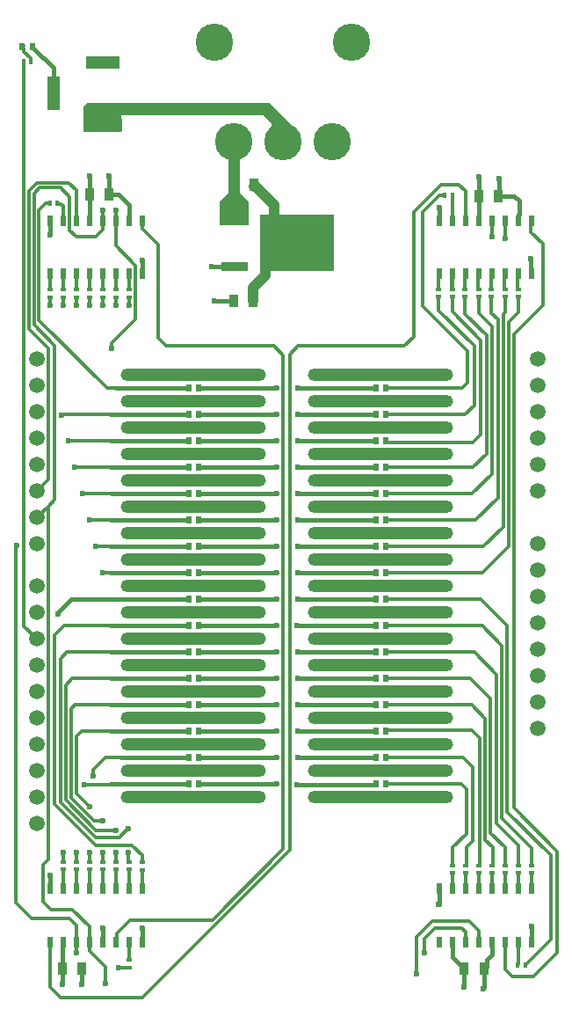
<source format=gtl>
G04*
G04 #@! TF.GenerationSoftware,Altium Limited,Altium Designer,19.0.14 (431)*
G04*
G04 Layer_Physical_Order=1*
G04 Layer_Color=255*
%FSLAX44Y44*%
%MOMM*%
G71*
G01*
G75*
%ADD14R,7.1000X5.5000*%
%ADD15R,2.6000X0.9500*%
%ADD16R,0.5100X1.1000*%
%ADD17R,0.6000X0.7000*%
%ADD18R,0.3000X0.5000*%
%ADD19R,0.5000X0.3000*%
%ADD20R,0.9000X1.3000*%
%ADD34C,1.0000*%
%ADD35C,0.4000*%
%ADD36C,0.3000*%
%ADD37C,0.5000*%
%ADD38C,3.6000*%
%ADD39R,3.7000X1.3000*%
%ADD40R,3.2000X1.3000*%
%ADD41R,1.3000X3.2000*%
%ADD42C,1.5000*%
G04:AMPARAMS|DCode=43|XSize=14mm|YSize=1.2mm|CornerRadius=0.6mm|HoleSize=0mm|Usage=FLASHONLY|Rotation=0.000|XOffset=0mm|YOffset=0mm|HoleType=Round|Shape=RoundedRectangle|*
%AMROUNDEDRECTD43*
21,1,14.0000,0.0000,0,0,0.0*
21,1,12.8000,1.2000,0,0,0.0*
1,1,1.2000,6.4000,0.0000*
1,1,1.2000,-6.4000,0.0000*
1,1,1.2000,-6.4000,0.0000*
1,1,1.2000,6.4000,0.0000*
%
%ADD43ROUNDEDRECTD43*%
%ADD44C,0.6000*%
G36*
X973836Y1135380D02*
X994664Y1114552D01*
X994664Y1098550D01*
X975360Y1098550D01*
X975360Y1116584D01*
X967994Y1123950D01*
X847090Y1123950D01*
X831342D01*
Y1108202D01*
X794258Y1108202D01*
X794258Y1132078D01*
X797560Y1135380D01*
X973836Y1135380D01*
D02*
G37*
G36*
X945388Y1049274D02*
X954024Y1040638D01*
Y1018032D01*
X926084D01*
Y1040892D01*
X934466Y1049274D01*
Y1084072D01*
X945388D01*
Y1049274D01*
D02*
G37*
D14*
X1000710Y1000760D02*
D03*
D15*
X940210Y977960D02*
D03*
Y1023560D02*
D03*
D16*
X762000Y971550D02*
D03*
X774700D02*
D03*
X787400D02*
D03*
X800100D02*
D03*
X812800D02*
D03*
X825500D02*
D03*
X838200D02*
D03*
X850900D02*
D03*
X762000Y1022550D02*
D03*
X774700D02*
D03*
X787400D02*
D03*
X800100D02*
D03*
X812800D02*
D03*
X825500D02*
D03*
X838200D02*
D03*
X850900D02*
D03*
X762000Y328476D02*
D03*
X774700D02*
D03*
X787400D02*
D03*
X800100D02*
D03*
X812800D02*
D03*
X825500D02*
D03*
X838200D02*
D03*
X850900D02*
D03*
X762000Y379476D02*
D03*
X774700D02*
D03*
X787400D02*
D03*
X800100D02*
D03*
X812800D02*
D03*
X825500D02*
D03*
X838200D02*
D03*
X850900D02*
D03*
X1137158Y971350D02*
D03*
X1149858D02*
D03*
X1162558D02*
D03*
X1175258D02*
D03*
X1187958D02*
D03*
X1200658D02*
D03*
X1213358D02*
D03*
X1226058D02*
D03*
X1137158Y1022350D02*
D03*
X1149858D02*
D03*
X1162558D02*
D03*
X1175258D02*
D03*
X1187958D02*
D03*
X1200658D02*
D03*
X1213358D02*
D03*
X1226058D02*
D03*
X1137158Y328476D02*
D03*
X1149858D02*
D03*
X1162558D02*
D03*
X1175258D02*
D03*
X1187958D02*
D03*
X1200658D02*
D03*
X1213358D02*
D03*
X1226058D02*
D03*
X1137158Y379476D02*
D03*
X1149858D02*
D03*
X1162558D02*
D03*
X1175258D02*
D03*
X1187958D02*
D03*
X1200658D02*
D03*
X1213358D02*
D03*
X1226058D02*
D03*
D17*
X1085596Y480060D02*
D03*
X1076096D02*
D03*
Y505460D02*
D03*
X1085596D02*
D03*
Y530860D02*
D03*
X1076096D02*
D03*
Y556260D02*
D03*
X1085596D02*
D03*
Y581660D02*
D03*
X1076096D02*
D03*
Y607060D02*
D03*
X1085596D02*
D03*
Y632460D02*
D03*
X1076096D02*
D03*
Y657860D02*
D03*
X1085596D02*
D03*
Y683260D02*
D03*
X1076096D02*
D03*
Y708660D02*
D03*
X1085596D02*
D03*
Y734060D02*
D03*
X1076096D02*
D03*
Y759460D02*
D03*
X1085596D02*
D03*
Y784860D02*
D03*
X1076096D02*
D03*
Y810260D02*
D03*
X1085596D02*
D03*
Y835660D02*
D03*
X1076096D02*
D03*
Y861060D02*
D03*
X1085596D02*
D03*
X895756Y480060D02*
D03*
X905256D02*
D03*
Y505460D02*
D03*
X895756D02*
D03*
Y530860D02*
D03*
X905256D02*
D03*
Y556260D02*
D03*
X895756D02*
D03*
Y581660D02*
D03*
X905256D02*
D03*
Y607060D02*
D03*
X895756D02*
D03*
Y632460D02*
D03*
X905256D02*
D03*
Y657860D02*
D03*
X895756D02*
D03*
Y683260D02*
D03*
X905256D02*
D03*
Y708660D02*
D03*
X895756D02*
D03*
Y734060D02*
D03*
X905256D02*
D03*
Y759460D02*
D03*
X895756D02*
D03*
Y784860D02*
D03*
X905256D02*
D03*
Y810260D02*
D03*
X895756D02*
D03*
X745160Y1189990D02*
D03*
X735660D02*
D03*
X895756Y861060D02*
D03*
X905256D02*
D03*
Y835660D02*
D03*
X895756D02*
D03*
D18*
X743910Y1175545D02*
D03*
X736910D02*
D03*
X762300Y1038860D02*
D03*
X769300D02*
D03*
X1142858Y1046480D02*
D03*
X1149858D02*
D03*
X1220160Y306070D02*
D03*
X1213160D02*
D03*
D19*
X838200Y956000D02*
D03*
Y949000D02*
D03*
X825500D02*
D03*
Y956000D02*
D03*
X812800D02*
D03*
Y949000D02*
D03*
X800100D02*
D03*
Y956000D02*
D03*
X787400D02*
D03*
Y949000D02*
D03*
X774700D02*
D03*
Y956000D02*
D03*
X762000D02*
D03*
Y949000D02*
D03*
X1213678Y956549D02*
D03*
Y949549D02*
D03*
X1200658D02*
D03*
Y956549D02*
D03*
X1187770D02*
D03*
Y949549D02*
D03*
X1175258D02*
D03*
Y956549D02*
D03*
X1162370D02*
D03*
Y949549D02*
D03*
X1149858D02*
D03*
Y956549D02*
D03*
X1136970D02*
D03*
Y949549D02*
D03*
X1226152Y394970D02*
D03*
Y401970D02*
D03*
X1213452D02*
D03*
Y394970D02*
D03*
X1200752D02*
D03*
Y401970D02*
D03*
X1188052D02*
D03*
Y394970D02*
D03*
X1175352D02*
D03*
Y401970D02*
D03*
X1162652D02*
D03*
Y394970D02*
D03*
X1149952D02*
D03*
Y401970D02*
D03*
X850900Y397820D02*
D03*
Y404820D02*
D03*
X838200Y405038D02*
D03*
Y398038D02*
D03*
X825500D02*
D03*
Y405038D02*
D03*
X812800D02*
D03*
Y398038D02*
D03*
X800100D02*
D03*
Y405038D02*
D03*
X787400Y405038D02*
D03*
Y398038D02*
D03*
X774700Y398038D02*
D03*
Y405038D02*
D03*
X838200Y303840D02*
D03*
Y310840D02*
D03*
D20*
X800100Y1047750D02*
D03*
X819100D02*
D03*
X958850Y1056640D02*
D03*
X939850D02*
D03*
X958190Y944880D02*
D03*
X939190D02*
D03*
X1175410Y1046378D02*
D03*
X1194410D02*
D03*
X1180440Y302260D02*
D03*
X1161440D02*
D03*
X793090D02*
D03*
X774090D02*
D03*
D34*
X1000710Y1000760D02*
X1000760D01*
X1000588D02*
X1000710D01*
X992710D02*
X1000588D01*
X978088Y1026260D02*
Y1037402D01*
Y1023260D02*
Y1026260D01*
Y1023260D02*
X1000588Y1000760D01*
X960350Y1055140D02*
X978088Y1037402D01*
X959350Y1055140D02*
X960350D01*
X958850Y1055640D02*
X959350Y1055140D01*
X970210Y978260D02*
X992710Y1000760D01*
X970210Y970260D02*
Y978260D01*
X958190Y958240D02*
X970210Y970260D01*
X958190Y945134D02*
Y958240D01*
D35*
X1180186Y302514D02*
X1180694D01*
X969553Y1026260D02*
X978088D01*
X958850Y1055640D02*
Y1056640D01*
X958190Y944880D02*
Y945134D01*
X905256Y480060D02*
X980440D01*
X1000531Y479552D02*
X1075588D01*
X1000531Y632460D02*
X1076096D01*
X1226058Y328476D02*
Y342900D01*
X765800Y1144750D02*
Y1169350D01*
X746660Y1188490D02*
X765800Y1169350D01*
X746160Y1188490D02*
X746660D01*
X745160Y1189490D02*
X746160Y1188490D01*
X745160Y1189490D02*
Y1189990D01*
X819354Y1047496D02*
X828294D01*
X819100Y1047750D02*
X819354Y1047496D01*
X828294D02*
X838200Y1037590D01*
Y1022550D02*
Y1037590D01*
X800100Y1022550D02*
Y1047750D01*
X1137158Y1022350D02*
Y1035050D01*
X1225550Y971858D02*
Y985520D01*
Y971858D02*
X1226058Y971350D01*
X1195070Y1045108D02*
Y1062990D01*
X1175410Y1046378D02*
Y1064260D01*
X1214120Y1028193D02*
Y1041400D01*
X1213908Y1027981D02*
X1214120Y1028193D01*
X1213908Y1022900D02*
Y1027981D01*
X1213358Y1022350D02*
X1213908Y1022900D01*
X1209142Y1046378D02*
X1214120Y1041400D01*
X1194410Y1046378D02*
X1209142D01*
X1175258Y1046226D02*
X1175410Y1046378D01*
X1175258Y1022350D02*
Y1046226D01*
X1179830Y283210D02*
Y284480D01*
X1180440Y285090D01*
Y302260D01*
X1161440Y284480D02*
Y302260D01*
X1136970Y364490D02*
X1137158Y364678D01*
Y379476D01*
X1180694Y302514D02*
X1182863Y304683D01*
X1180440Y302260D02*
X1180694Y302514D01*
X1182863Y311323D02*
X1187958Y316418D01*
Y328476D01*
X1182863Y304683D02*
Y311323D01*
X1149858Y313842D02*
X1156940Y306760D01*
X1158940D01*
X1161440Y304260D01*
Y302260D02*
Y304260D01*
X1149858Y313842D02*
Y328476D01*
X769620Y645160D02*
X782320Y657860D01*
X769620Y643890D02*
Y645160D01*
X782320Y657860D02*
X895756D01*
X819150Y1047800D02*
Y1065530D01*
X819100Y1047750D02*
X819150Y1047800D01*
X800100Y1047750D02*
Y1065530D01*
X905256Y835660D02*
X980440D01*
X905256Y810260D02*
X980440D01*
X905256Y708660D02*
X980440D01*
X905256Y734060D02*
X980440D01*
X905256Y607060D02*
X980440D01*
X905256Y632460D02*
X980440D01*
X905256Y505460D02*
X980440D01*
X905256Y530860D02*
X980440D01*
X905256Y861060D02*
X980440D01*
X905256Y784860D02*
X980440D01*
X905256Y759460D02*
X980440D01*
X905256Y683260D02*
X980440D01*
X905256Y657860D02*
X980440D01*
X905256Y581660D02*
X980440D01*
X905256Y556260D02*
X980440D01*
X1000760Y505460D02*
X1076096D01*
X1000760Y530860D02*
X1076096D01*
X1000760Y556260D02*
X1076096D01*
X1000760Y581660D02*
X1076096D01*
X850900Y328476D02*
Y341630D01*
X812800Y328476D02*
Y341630D01*
X792480Y287020D02*
X793090Y287630D01*
Y302260D01*
X774090Y287020D02*
Y302260D01*
X774700Y325526D02*
Y328476D01*
X774090Y324916D02*
X774700Y325526D01*
X774090Y302260D02*
Y324916D01*
X762000Y379476D02*
Y392430D01*
X830580Y505460D02*
X895756D01*
X821842Y759460D02*
X895756D01*
X850900Y971550D02*
Y984250D01*
X762000Y1008380D02*
Y1022550D01*
X825500Y861060D02*
X895756D01*
X820572Y835660D02*
X895756D01*
X920750Y944880D02*
X939190D01*
X918210Y977900D02*
X918270Y977960D01*
X940210D01*
X820572Y480060D02*
X895756D01*
X820572Y530860D02*
X895756D01*
X820572Y556260D02*
X895756D01*
X820572Y581660D02*
X895756D01*
X820572Y607060D02*
X895756D01*
X820572Y632460D02*
X895756D01*
X820572Y683260D02*
X895756D01*
X820572Y708660D02*
X895756D01*
X820572Y810260D02*
X895756D01*
X1000760Y861060D02*
X1076096D01*
X1000760Y835660D02*
X1076096D01*
X1000760Y810260D02*
X1076096D01*
X1000760Y784860D02*
X1076096D01*
X1000760Y759460D02*
X1076096D01*
X1000760Y734060D02*
X1076096D01*
X1000760Y708660D02*
X1076096D01*
X1000760Y683260D02*
X1076096D01*
X1000760Y657860D02*
X1076096D01*
X1000760Y607060D02*
X1076096D01*
X1075588Y479552D02*
X1076096Y480060D01*
X820572Y734060D02*
X895756D01*
X820572Y784860D02*
X895756D01*
D36*
X806811Y421279D02*
X841100D01*
X766676Y461414D02*
X806811Y421279D01*
X766676Y461414D02*
Y623570D01*
X755500Y367180D02*
Y402869D01*
Y367180D02*
X763270Y359410D01*
X755500Y402869D02*
X760300Y407669D01*
X839470Y349250D02*
X918759D01*
X826550Y336330D02*
X839470Y349250D01*
X826550Y329526D02*
Y336330D01*
X986940Y417431D02*
Y559201D01*
X993140Y894010D02*
X1000830Y901700D01*
X993140Y894010D02*
X993140Y416560D01*
X850900Y274320D02*
X993140Y416560D01*
X766676Y753976D02*
Y902104D01*
X746750Y922030D02*
X766676Y902104D01*
X746750Y922030D02*
Y1049010D01*
X1136970Y971162D02*
X1137158Y971350D01*
X1149952Y419194D02*
X1163320Y432562D01*
X1149952Y401970D02*
Y419194D01*
X838050Y405038D02*
Y414020D01*
X836930Y436880D02*
X838050D01*
X829160Y429110D02*
X836930Y436880D01*
X806126Y429110D02*
X829160D01*
X815340Y288290D02*
Y303965D01*
X800100Y319205D02*
X815340Y303965D01*
X800100Y319205D02*
Y328476D01*
X749300Y736600D02*
X760300Y747600D01*
X766676Y753976D01*
X760300Y407669D02*
Y747600D01*
X1220160Y307070D02*
X1221160D01*
X1244600Y330510D02*
Y411480D01*
X1202690Y453390D02*
X1244600Y411480D01*
X1202690Y453390D02*
Y632460D01*
X743910Y1175545D02*
Y1178560D01*
X737160Y1185310D02*
X743910Y1178560D01*
X737160Y1185310D02*
Y1188490D01*
X735660Y1189990D02*
X737160Y1188490D01*
X735660Y1189990D02*
X736580Y1190910D01*
X751750Y1032690D02*
X757920Y1038860D01*
X751750Y926641D02*
Y1032690D01*
Y926641D02*
X817331Y861060D01*
X746750Y1049010D02*
X751840Y1054100D01*
X741750Y918140D02*
X760730Y899160D01*
X741750Y918140D02*
Y1051081D01*
X749769Y1059100D01*
X736750Y632310D02*
Y1173465D01*
Y632310D02*
X749300Y619760D01*
X812800Y1013460D02*
Y1022550D01*
X781050Y1013260D02*
Y1045210D01*
X806250Y1006910D02*
X812800Y1013460D01*
X787400Y1006910D02*
X806250D01*
X781050Y1013260D02*
X787400Y1006910D01*
X769300Y1038108D02*
X772912D01*
X774700Y1022550D02*
Y1036320D01*
X772912Y1038108D02*
X774700Y1036320D01*
X769300Y1038108D02*
Y1038860D01*
X757920D02*
X762300D01*
X772160Y1054100D02*
X781050Y1045210D01*
X1162558Y1022350D02*
Y1050798D01*
X1155954Y1057402D02*
X1162558Y1050798D01*
X1139444Y1057402D02*
X1155954D01*
X1112520Y1030478D02*
X1139444Y1057402D01*
X1112520Y910590D02*
Y1030478D01*
X1137158Y1046480D02*
X1142858D01*
X1121410Y1030732D02*
X1137158Y1046480D01*
X1121410Y939800D02*
Y1030732D01*
X1149858Y1022350D02*
Y1046480D01*
X873760Y901700D02*
X977900D01*
X866140Y909320D02*
X873760Y901700D01*
X866140Y909320D02*
Y999490D01*
X977900Y901700D02*
X986940Y892660D01*
X1103630Y901700D02*
X1112520Y910590D01*
X1000830Y901700D02*
X1103630D01*
X1121410Y939800D02*
X1164590Y896620D01*
Y866140D02*
Y896620D01*
X1161807Y1023101D02*
X1162558Y1022350D01*
X1149278Y1021770D02*
X1149858Y1022350D01*
X1122680Y331470D02*
X1132840Y341630D01*
X1122680Y317500D02*
Y331470D01*
X1132840Y341630D02*
X1158940D01*
X1115060Y332740D02*
X1130300Y347980D01*
X1166462D01*
X1115060Y297180D02*
Y332740D01*
X1175258Y328476D02*
Y339184D01*
X1166462Y347980D02*
X1175258Y339184D01*
X1158940Y341630D02*
X1162558Y338012D01*
Y328476D02*
Y338012D01*
X1200658Y301752D02*
X1207770Y294640D01*
X1200658Y301752D02*
Y328476D01*
X1207770Y294640D02*
X1227902D01*
X1250950Y317688D01*
Y415290D01*
X1209040Y457200D02*
X1250950Y415290D01*
X1197610Y447589D02*
X1226152Y419047D01*
X1197610Y447589D02*
Y613410D01*
X1226152Y401970D02*
Y419047D01*
X1221160Y307070D02*
X1244600Y330510D01*
X1220160Y306070D02*
Y307070D01*
X1213160Y306070D02*
Y307070D01*
X1213358Y307268D01*
Y328476D01*
Y401970D02*
Y421132D01*
X1192530Y441960D02*
X1213358Y421132D01*
X1192530Y441960D02*
Y585470D01*
X1209040Y457200D02*
Y913130D01*
X1213358Y401970D02*
X1213452D01*
X1200658D02*
Y419100D01*
Y401970D02*
X1200752D01*
X1186688Y433070D02*
X1200658Y419100D01*
X1177290Y657860D02*
X1202690Y632460D01*
X1209040Y913130D02*
X1236980Y941070D01*
X1188720Y401970D02*
Y419100D01*
X1188052Y401970D02*
X1188720D01*
X1181688Y426132D02*
X1188720Y419100D01*
X1175352Y401970D02*
X1176020D01*
X1163320D02*
Y419100D01*
X1162652Y401970D02*
X1163320D01*
Y419100D02*
X1169670Y425450D01*
X1163320Y432562D02*
Y474980D01*
X1158240Y480060D02*
X1163320Y474980D01*
X1226058Y379476D02*
Y394970D01*
X1226152D01*
X1213358Y379476D02*
Y394970D01*
X1213452D01*
X1200658Y379476D02*
Y394970D01*
X1200752D01*
X1187958Y379476D02*
Y394970D01*
X1188052D01*
X1175258D02*
X1175352D01*
X1175164D02*
X1175258D01*
Y379476D02*
Y394970D01*
X1162558D02*
X1162652D01*
X1162464D02*
X1162558D01*
Y379476D02*
Y394970D01*
X1149858D02*
X1149952D01*
X1149764D02*
X1149858D01*
Y379476D02*
Y394970D01*
X1225550Y1011428D02*
X1236980Y999998D01*
Y941070D02*
Y999998D01*
X1225550Y1011428D02*
Y1021842D01*
X1226058Y1022350D01*
X1162370Y971162D02*
Y971550D01*
Y971162D02*
X1162558Y971350D01*
X1162370Y956549D02*
Y971162D01*
X1149670D02*
Y971550D01*
Y956549D02*
Y969603D01*
Y971162D02*
X1149858Y971350D01*
X1149670Y969603D02*
Y971162D01*
Y969603D02*
X1149858Y969415D01*
Y956549D02*
Y969415D01*
X1136970Y956549D02*
Y971162D01*
X1203960Y924560D02*
X1213678Y934278D01*
Y949549D01*
X1203960Y708660D02*
Y924560D01*
X1198880Y932180D02*
X1200658Y933958D01*
Y949549D01*
X1198880Y727710D02*
Y932180D01*
X1136970Y935670D02*
Y949549D01*
X1149858Y934720D02*
X1177290Y907288D01*
X1136970Y935670D02*
X1170940Y901700D01*
Y844630D02*
Y901700D01*
X1187770Y933450D02*
Y949549D01*
Y933450D02*
X1193800Y927420D01*
Y755650D02*
Y927420D01*
X1175258Y933450D02*
Y949549D01*
Y933450D02*
X1187958Y920750D01*
Y778780D02*
Y920750D01*
X1182958Y798148D02*
Y911860D01*
X1162370Y932448D02*
X1182958Y911860D01*
X1162370Y932448D02*
Y949549D01*
X1149858Y934720D02*
Y949549D01*
X1177290Y816610D02*
Y907288D01*
X1168638Y759460D02*
X1187958Y778780D01*
X1169670Y808990D02*
X1177290Y816610D01*
X1169670Y784860D02*
X1182958Y798148D01*
X1175070Y956549D02*
Y971550D01*
X1187770Y956549D02*
Y971550D01*
X1200470Y956549D02*
Y971550D01*
X1213170Y956549D02*
Y971550D01*
X825500Y1022550D02*
Y1032510D01*
X1200658Y1005640D02*
Y1022350D01*
X1187958Y1006910D02*
Y1022350D01*
X812800Y1022550D02*
Y1032510D01*
X787400Y318316D02*
Y328476D01*
X728980Y708660D02*
X730250Y709930D01*
X728980Y365760D02*
Y708660D01*
Y365760D02*
X744220Y350520D01*
X781050D01*
X763270Y359410D02*
X783590D01*
X800100Y342900D01*
X781050Y350520D02*
X787400Y344170D01*
Y328476D02*
Y344170D01*
X800100Y328476D02*
Y342900D01*
X766676Y623570D02*
X775566Y632460D01*
X820572D01*
X918759Y349250D02*
X986940Y417431D01*
X850900Y1014730D02*
Y1022550D01*
Y1014730D02*
X866140Y999490D01*
X986940Y578719D02*
Y892660D01*
X762000Y284480D02*
Y328476D01*
Y284480D02*
X772160Y274320D01*
X850900D01*
X986870Y578649D02*
X986940Y578719D01*
X986870Y559271D02*
Y578649D01*
Y559271D02*
X986940Y559201D01*
X825500Y328476D02*
X826550Y329526D01*
X772160Y463076D02*
X806126Y429110D01*
X772160Y463076D02*
Y600710D01*
X777240Y465067D02*
Y575310D01*
Y465067D02*
X806697Y435610D01*
X782320Y467058D02*
X804878Y444500D01*
X782320Y467058D02*
Y552450D01*
X786130Y556260D01*
X820572D01*
X792480Y530860D02*
X820572D01*
X787400Y525780D02*
X792480Y530860D01*
X787400Y471170D02*
Y525780D01*
Y471170D02*
X800100Y458470D01*
X772160Y600710D02*
X778510Y607060D01*
X783590Y581660D02*
X820572D01*
X777240Y575310D02*
X783590Y581660D01*
X778510Y607060D02*
X820572D01*
X828040Y303840D02*
X838200D01*
Y310840D02*
Y328476D01*
X815340Y505460D02*
X830580D01*
X803910Y494030D02*
X815340Y505460D01*
X803910Y487680D02*
Y494030D01*
X820064Y479552D02*
X820572Y480060D01*
X795020Y479552D02*
X820064D01*
X804878Y444500D02*
X813566D01*
X806697Y435610D02*
X825500D01*
X841100Y421279D02*
X850900Y411480D01*
Y404820D02*
Y411480D01*
X838050Y405038D02*
X838200D01*
X825500D02*
Y414020D01*
X800100Y405038D02*
Y414020D01*
X812800Y405038D02*
Y414020D01*
X787400Y405038D02*
Y414020D01*
X774700Y405038D02*
Y414020D01*
X850900Y379476D02*
Y397820D01*
X838200Y379476D02*
Y398038D01*
X825500Y379476D02*
Y398038D01*
X812800Y379476D02*
Y398038D01*
X800100Y379476D02*
Y398038D01*
X787400Y379476D02*
Y398038D01*
X774700Y379476D02*
Y398038D01*
X773430Y835660D02*
X820572D01*
X773176Y835406D02*
X773430Y835660D01*
X780034Y810260D02*
X820572D01*
X786130Y784860D02*
X820572D01*
X793750Y759460D02*
X820572D01*
X821842D01*
X821690Y899160D02*
Y904240D01*
X844700Y927250D01*
Y979020D01*
X825500Y998220D02*
X844700Y979020D01*
X825500Y998220D02*
Y1022550D01*
X779860Y1059100D02*
X787400Y1051560D01*
X751840Y1054100D02*
X772160D01*
X749769Y1059100D02*
X779860D01*
X817331Y861060D02*
X825500D01*
X760730Y773430D02*
Y899160D01*
X749300Y762000D02*
X760730Y773430D01*
X800100Y734060D02*
X820572D01*
X806450Y708660D02*
X820572D01*
X787400Y1022550D02*
Y1051560D01*
X812800Y683260D02*
X820572D01*
X838200Y941070D02*
Y949000D01*
X825500Y941070D02*
Y949000D01*
X812800Y941070D02*
Y949000D01*
X800100Y941070D02*
Y949000D01*
X787400Y941070D02*
Y949000D01*
X774700Y941070D02*
Y949000D01*
X762000Y941070D02*
Y949000D01*
X838200Y956000D02*
Y971550D01*
X825500Y956000D02*
Y971550D01*
X812800Y956000D02*
Y971550D01*
X800100Y956000D02*
Y971550D01*
X787400Y956000D02*
Y971550D01*
X774700Y956000D02*
Y971550D01*
X762000Y956000D02*
Y971550D01*
X1086866Y708660D02*
X1179830D01*
X1086866Y810260D02*
X1088136Y808990D01*
X1086866Y835660D02*
X1161970D01*
X1086866Y784860D02*
X1169670D01*
X1088136Y808990D02*
X1169670D01*
X1159510Y861060D02*
X1164590Y866140D01*
X1086866Y861060D02*
X1159510D01*
X1161970Y835660D02*
X1170940Y844630D01*
X1086866Y734060D02*
X1172210D01*
X1086866Y759460D02*
X1168638D01*
X1172210Y734060D02*
X1193800Y755650D01*
X1179830Y708660D02*
X1198880Y727710D01*
X1086866Y683260D02*
X1178560D01*
X1203960Y708660D01*
X1186688Y433070D02*
Y562340D01*
X1181688Y426132D02*
Y542972D01*
X1169670Y425450D02*
Y496490D01*
X1176020Y401970D02*
Y524510D01*
X1085596Y657860D02*
X1177290D01*
X1178560Y632460D02*
X1197610Y613410D01*
X1170940Y607060D02*
X1192530Y585470D01*
X1167368Y581660D02*
X1186688Y562340D01*
X1168400Y556260D02*
X1181688Y542972D01*
X1085596Y581660D02*
X1167368D01*
X1085596Y607060D02*
X1170940D01*
X1160700Y505460D02*
X1169670Y496490D01*
X1085596Y480060D02*
X1158240D01*
X1086866Y532130D02*
X1168400D01*
X1176020Y524510D01*
X1085596Y556260D02*
X1168400D01*
X1085596Y505460D02*
X1160700D01*
X1085596Y530860D02*
X1086866Y532130D01*
X1213452Y401970D02*
X1214452D01*
X1085596Y632460D02*
X1178560D01*
D37*
X939750Y1098500D02*
X940210Y1098040D01*
D38*
X939750Y1098500D02*
D03*
X1033750D02*
D03*
X920750Y1193800D02*
D03*
X1052750D02*
D03*
X986750Y1098500D02*
D03*
D39*
X812800Y1114750D02*
D03*
D40*
Y1174750D02*
D03*
D41*
X765800Y1144750D02*
D03*
D42*
X1231900Y762000D02*
D03*
Y787400D02*
D03*
Y812800D02*
D03*
Y838200D02*
D03*
Y863600D02*
D03*
Y889000D02*
D03*
X749300D02*
D03*
Y863600D02*
D03*
Y838200D02*
D03*
Y812800D02*
D03*
Y787400D02*
D03*
Y762000D02*
D03*
Y736600D02*
D03*
Y711200D02*
D03*
Y619760D02*
D03*
Y441960D02*
D03*
Y467360D02*
D03*
Y492760D02*
D03*
Y518160D02*
D03*
Y543560D02*
D03*
Y568960D02*
D03*
Y594360D02*
D03*
Y645160D02*
D03*
Y670560D02*
D03*
X1231900Y533400D02*
D03*
Y558800D02*
D03*
Y584200D02*
D03*
Y609600D02*
D03*
Y635000D02*
D03*
Y660400D02*
D03*
Y685800D02*
D03*
Y711200D02*
D03*
D43*
X1080770Y645160D02*
D03*
Y619760D02*
D03*
Y594360D02*
D03*
Y568960D02*
D03*
Y543560D02*
D03*
Y518160D02*
D03*
Y492760D02*
D03*
Y467360D02*
D03*
X900430D02*
D03*
Y492760D02*
D03*
Y518160D02*
D03*
Y543560D02*
D03*
Y568960D02*
D03*
Y594360D02*
D03*
Y619760D02*
D03*
Y645160D02*
D03*
Y848360D02*
D03*
Y873760D02*
D03*
Y822960D02*
D03*
Y797560D02*
D03*
Y772160D02*
D03*
Y746760D02*
D03*
Y721360D02*
D03*
Y695960D02*
D03*
Y670560D02*
D03*
X1080770D02*
D03*
Y695960D02*
D03*
Y721360D02*
D03*
Y746760D02*
D03*
Y772160D02*
D03*
Y797560D02*
D03*
Y822960D02*
D03*
Y873760D02*
D03*
Y848360D02*
D03*
D44*
X980440Y480060D02*
D03*
X1000531Y479552D02*
D03*
Y632460D02*
D03*
X838050Y436880D02*
D03*
X1226058Y342900D02*
D03*
X1137158Y1035050D02*
D03*
X1225550Y985520D02*
D03*
X1195070Y1062990D02*
D03*
X1175410Y1064260D02*
D03*
X1115060Y297180D02*
D03*
X1179830Y283210D02*
D03*
X1161440Y284480D02*
D03*
X1136970Y364490D02*
D03*
X825500Y1032510D02*
D03*
X1200658Y1005640D02*
D03*
X1187958Y1006910D02*
D03*
X812800Y1032510D02*
D03*
X815340Y288290D02*
D03*
X1122680Y317500D02*
D03*
X787400Y318316D02*
D03*
X730250Y709930D02*
D03*
X819150Y1065530D02*
D03*
X800100D02*
D03*
X980440Y835660D02*
D03*
Y810260D02*
D03*
Y708660D02*
D03*
Y734060D02*
D03*
Y607060D02*
D03*
Y632460D02*
D03*
Y505460D02*
D03*
Y530860D02*
D03*
Y861060D02*
D03*
Y784860D02*
D03*
Y759460D02*
D03*
Y683260D02*
D03*
Y657860D02*
D03*
Y581660D02*
D03*
Y556260D02*
D03*
X1000760Y505460D02*
D03*
X850900Y341630D02*
D03*
X828040Y303840D02*
D03*
X769620Y643890D02*
D03*
X812800Y341630D02*
D03*
X792480Y287020D02*
D03*
X774090D02*
D03*
X762000Y392430D02*
D03*
X803910Y487680D02*
D03*
X795020Y479552D02*
D03*
X838050Y414020D02*
D03*
X825500D02*
D03*
Y435610D02*
D03*
X813566Y444500D02*
D03*
X800100Y414020D02*
D03*
X812800D02*
D03*
X787400Y414020D02*
D03*
X774700Y414020D02*
D03*
X800100Y458470D02*
D03*
X773176Y835406D02*
D03*
X780034Y810260D02*
D03*
X786130Y784860D02*
D03*
X793750Y759460D02*
D03*
X821690Y899160D02*
D03*
X800100Y734060D02*
D03*
X806450Y708660D02*
D03*
X850900Y984250D02*
D03*
X762000Y1008380D02*
D03*
X812800Y683260D02*
D03*
X838200Y941070D02*
D03*
X825500D02*
D03*
X812800D02*
D03*
X800100D02*
D03*
X787400D02*
D03*
X774700D02*
D03*
X762000D02*
D03*
X920750Y944880D02*
D03*
X918210Y977900D02*
D03*
X1000760Y1000760D02*
D03*
X1014730Y989330D02*
D03*
Y1013460D02*
D03*
X1000760Y861060D02*
D03*
Y835660D02*
D03*
Y810260D02*
D03*
Y784860D02*
D03*
Y759460D02*
D03*
Y734060D02*
D03*
Y708660D02*
D03*
Y683260D02*
D03*
Y657860D02*
D03*
Y607060D02*
D03*
Y581660D02*
D03*
Y556260D02*
D03*
Y530860D02*
D03*
M02*

</source>
